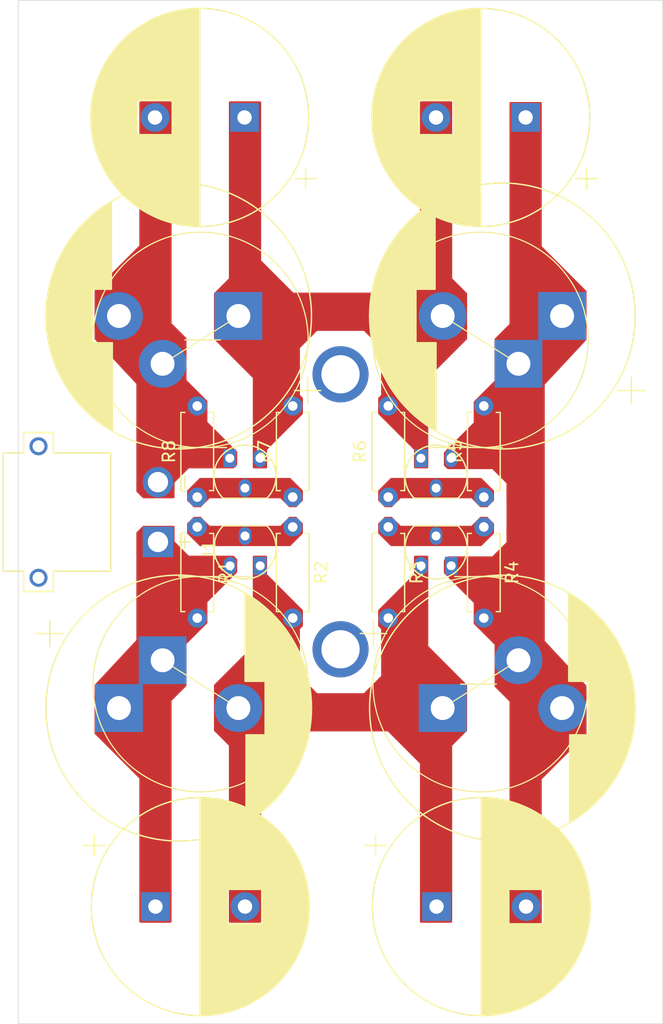
<source format=kicad_pcb>
(kicad_pcb (version 20241229) (generator "pcbnew") (generator_version "9.0")
  (layers (0 "F.Cu" signal) (2 "B.Cu" signal) (13 "F.Paste" user) (15 "B.Paste" user) (5 "F.SilkS" user "F.Silkscreen") (7 "B.SilkS" user "B.Silkscreen") (1 "F.Mask" user) (3 "B.Mask" user) (25 "Edge.Cuts" user))
  (net 0 "")
  (net 1 "Net-(Q1-E)")
  (net 2 "/V_IN")
  (net 3 "Net-(Q1-B)")
  (net 4 "Net-(Q2-B)")
  (net 5 "Net-(Q2-E)")
  (net 6 "Net-(Q3-B)")
  (net 7 "Net-(Q3-E)")
  (net 8 "/GND")
  (net 9 "Net-(Q4-B)")
  (footprint "Library:bigcap2neg" (layer "F.Cu") (at 136.446608 83.603681 180)
    (property "Reference" "C7" (hide yes))
    (property "Value" "C_Polarized" (hide yes))
    (pad "1" thru_hole rect (at -5 0 180) (size 4 4) (drill 2) (layers "*.Cu" "*.Mask") (net 7 "Net-(Q3-E)"))
    (pad "2" thru_hole circle (at 1.350361 -3.99868 180) (size 4 4) (drill 2) (layers "*.Cu" "*.Mask") (net 8 "/GND"))
    (pad "2" thru_hole circle (at 5 0 180) (size 4 4) (drill 2) (layers "*.Cu" "*.Mask") (net 8 "/GND"))
  )
  (footprint "Resistor_THT:R_Axial_DIN0207_L6.3mm_D2.5mm_P7.62mm_Horizontal" (layer "F.Cu") (at 154 101.25 -90)
    (property "Reference" "R3" (at 3.81 -2.37 90) (layer "F.SilkS"))
    (property "Value" "~")
    (pad "1" thru_hole circle (at 0 0 270) (size 1.6 1.6) (drill 0.8) (layers "*.Cu" "*.Mask") (net 4 "Net-(Q2-B)"))
    (pad "2" thru_hole oval (at 7.62 0 270) (size 1.6 1.6) (drill 0.8) (layers "*.Cu" "*.Mask") (net 1 "Net-(Q1-E)"))
  )
  (footprint "Resistor_THT:R_Axial_DIN0207_L6.3mm_D2.5mm_P7.62mm_Horizontal" (layer "F.Cu") (at 138 101.25 -90)
    (property "Reference" "R1" (at 3.81 -2.37 90) (layer "F.SilkS"))
    (property "Value" "~")
    (pad "1" thru_hole circle (at 0 0 270) (size 1.6 1.6) (drill 0.8) (layers "*.Cu" "*.Mask") (net 3 "Net-(Q1-B)"))
    (pad "2" thru_hole oval (at 7.62 0 270) (size 1.6 1.6) (drill 0.8) (layers "*.Cu" "*.Mask") (net 2 "/V_IN"))
  )
  (footprint "Resistor_THT:R_Axial_DIN0207_L6.3mm_D2.5mm_P7.62mm_Horizontal" (layer "F.Cu") (at 146 101.25 -90)
    (property "Reference" "R2" (at 3.81 -2.37 90) (layer "F.SilkS"))
    (property "Value" "20k")
    (pad "1" thru_hole circle (at 0 0 270) (size 1.6 1.6) (drill 0.8) (layers "*.Cu" "*.Mask") (net 3 "Net-(Q1-B)"))
    (pad "2" thru_hole oval (at 7.62 0 270) (size 1.6 1.6) (drill 0.8) (layers "*.Cu" "*.Mask") (net 1 "Net-(Q1-E)"))
  )
  (footprint "Library:2n3904" (layer "F.Cu") (at 141.995 103 180)
    (property "Reference" "Q1" (hide yes))
    (property "Value" "2N3904" (hide yes))
    (pad "1" thru_hole rect (at -1.275 -1.5 180) (size 1.05 1.5) (drill 0.75) (layers "*.Cu" "*.Mask") (net 1 "Net-(Q1-E)"))
    (pad "2" thru_hole oval (at -0.005 1 180) (size 1.05 1.5) (drill 0.75) (layers "*.Cu" "*.Mask") (net 3 "Net-(Q1-B)"))
    (pad "3" thru_hole oval (at 1.25 -1.5 180) (size 1.05 1.5) (drill 0.75) (layers "*.Cu" "*.Mask") (net 2 "/V_IN"))
  )
  (footprint "Library:2n3904" (layer "F.Cu") (at 157.995 103 180)
    (property "Reference" "Q2" (hide yes))
    (property "Value" "2N3904" (hide yes))
    (pad "1" thru_hole rect (at -1.275 -1.5 180) (size 1.05 1.5) (drill 0.75) (layers "*.Cu" "*.Mask") (net 5 "Net-(Q2-E)"))
    (pad "2" thru_hole oval (at -0.005 1 180) (size 1.05 1.5) (drill 0.75) (layers "*.Cu" "*.Mask") (net 4 "Net-(Q2-B)"))
    (pad "3" thru_hole oval (at 1.25 -1.5 180) (size 1.05 1.5) (drill 0.75) (layers "*.Cu" "*.Mask") (net 1 "Net-(Q1-E)"))
  )
  (footprint "Library:bigcap2neg" (layer "F.Cu") (at 163.553392 116.396319)
    (property "Reference" "C3" (hide yes))
    (property "Value" "C_Polarized" (hide yes))
    (pad "1" thru_hole rect (at -5 0) (size 4 4) (drill 2) (layers "*.Cu" "*.Mask") (net 1 "Net-(Q1-E)"))
    (pad "2" thru_hole circle (at 1.350361 -3.99868) (size 4 4) (drill 2) (layers "*.Cu" "*.Mask") (net 5 "Net-(Q2-E)"))
    (pad "2" thru_hole circle (at 5 0) (size 4 4) (drill 2) (layers "*.Cu" "*.Mask") (net 5 "Net-(Q2-E)"))
  )
  (footprint "Library:xt30" (layer "F.Cu") (at 124.70575 100 90)
    (property "Reference" "J1" (at -3.175 14.2875 90) (layer "F.SilkS"))
    (property "Value" "Conn_01x02")
    (pad "N" thru_hole circle (at 2.5 10 90) (size 2.55 2.55) (drill 1.7) (layers "*.Cu" "*.Mask"))
    (pad "P" thru_hole rect (at -2.5 10 90) (size 2.55 2.55) (drill 1.7) (layers "*.Cu" "*.Mask"))
    (pad "S1" thru_hole circle (at 5.5 0 90) (size 1.508 1.508) (drill 1) (layers "*.Cu" "*.Mask"))
    (pad "S2" thru_hole circle (at -5.5 0 90) (size 1.508 1.508) (drill 1) (layers "*.Cu" "*.Mask"))
  )
  (footprint "Library:2n3904" (layer "F.Cu") (at 142 97)
    (property "Reference" "Q4" (hide yes))
    (property "Value" "2N3904" (hide yes))
    (pad "1" thru_hole rect (at -1.275 -1.5) (size 1.05 1.5) (drill 0.75) (layers "*.Cu" "*.Mask") (net 8 "/GND"))
    (pad "2" thru_hole oval (at -0.005 1) (size 1.05 1.5) (drill 0.75) (layers "*.Cu" "*.Mask") (net 9 "Net-(Q4-B)"))
    (pad "3" thru_hole oval (at 1.25 -1.5) (size 1.05 1.5) (drill 0.75) (layers "*.Cu" "*.Mask") (net 7 "Net-(Q3-E)"))
  )
  (footprint "PassiveBankV1:MountingHole_3.2mm_M3" (layer "F.Cu") (at 150 88.5 90)
    (property "Reference" "REF**" (hide yes))
    (property "Value" "MountingHole_3.2mm_M3" (hide yes))
    (pad "" np_thru_hole circle (at 0.02 0 90) (size 4.7 4.7) (drill 3.2) (layers "*.Cu" "*.Mask") (clearance 2))
  )
  (footprint "PassiveBankV1:MountingHole_3.2mm_M3" (layer "F.Cu") (at 150 111.5 90)
    (property "Reference" "REF**" (hide yes))
    (property "Value" "MountingHole_3.2mm_M3" (hide yes))
    (pad "" np_thru_hole circle (at 0.02 0 90) (size 4.7 4.7) (drill 3.2) (layers "*.Cu" "*.Mask") (clearance 2))
  )
  (footprint "Resistor_THT:R_Axial_DIN0207_L6.3mm_D2.5mm_P7.62mm_Horizontal" (layer "F.Cu") (at 146 98.75 90)
    (property "Reference" "R7" (at 3.81 -2.37 90) (layer "F.SilkS"))
    (property "Value" "~")
    (pad "1" thru_hole circle (at 0 0 90) (size 1.6 1.6) (drill 0.8) (layers "*.Cu" "*.Mask") (net 9 "Net-(Q4-B)"))
    (pad "2" thru_hole oval (at 7.62 0 90) (size 1.6 1.6) (drill 0.8) (layers "*.Cu" "*.Mask") (net 7 "Net-(Q3-E)"))
  )
  (footprint "Resistor_THT:R_Axial_DIN0207_L6.3mm_D2.5mm_P7.62mm_Horizontal" (layer "F.Cu") (at 154 98.75 90)
    (property "Reference" "R6" (at 3.81 -2.37 90) (layer "F.SilkS"))
    (property "Value" "20k")
    (pad "1" thru_hole circle (at 0 0 90) (size 1.6 1.6) (drill 0.8) (layers "*.Cu" "*.Mask") (net 6 "Net-(Q3-B)"))
    (pad "2" thru_hole oval (at 7.62 0 90) (size 1.6 1.6) (drill 0.8) (layers "*.Cu" "*.Mask") (net 7 "Net-(Q3-E)"))
  )
  (footprint "Resistor_THT:R_Axial_DIN0207_L6.3mm_D2.5mm_P7.62mm_Horizontal" (layer "F.Cu") (at 162 101.25 -90)
    (property "Reference" "R4" (at 3.81 -2.37 90) (layer "F.SilkS"))
    (property "Value" "20k")
    (pad "1" thru_hole circle (at 0 0 270) (size 1.6 1.6) (drill 0.8) (layers "*.Cu" "*.Mask") (net 4 "Net-(Q2-B)"))
    (pad "2" thru_hole oval (at 7.62 0 270) (size 1.6 1.6) (drill 0.8) (layers "*.Cu" "*.Mask") (net 5 "Net-(Q2-E)"))
  )
  (footprint "Resistor_THT:R_Axial_DIN0207_L6.3mm_D2.5mm_P7.62mm_Horizontal" (layer "F.Cu") (at 138 98.75 90)
    (property "Reference" "R8" (at 3.81 -2.37 90) (layer "F.SilkS"))
    (property "Value" "20k")
    (pad "1" thru_hole circle (at 0 0 90) (size 1.6 1.6) (drill 0.8) (layers "*.Cu" "*.Mask") (net 9 "Net-(Q4-B)"))
    (pad "2" thru_hole oval (at 7.62 0 90) (size 1.6 1.6) (drill 0.8) (layers "*.Cu" "*.Mask") (net 8 "/GND"))
  )
  (footprint "Library:2n3904" (layer "F.Cu") (at 158.005 97)
    (property "Reference" "Q3" (hide yes))
    (property "Value" "2N3904" (hide yes))
    (pad "1" thru_hole rect (at -1.275 -1.5) (size 1.05 1.5) (drill 0.75) (layers "*.Cu" "*.Mask") (net 7 "Net-(Q3-E)"))
    (pad "2" thru_hole oval (at -0.005 1) (size 1.05 1.5) (drill 0.75) (layers "*.Cu" "*.Mask") (net 6 "Net-(Q3-B)"))
    (pad "3" thru_hole oval (at 1.25 -1.5) (size 1.05 1.5) (drill 0.75) (layers "*.Cu" "*.Mask") (net 5 "Net-(Q2-E)"))
  )
  (footprint "Resistor_THT:R_Axial_DIN0207_L6.3mm_D2.5mm_P7.62mm_Horizontal" (layer "F.Cu") (at 162 98.75 90)
    (property "Reference" "R5" (at 3.81 -2.37 90) (layer "F.SilkS"))
    (property "Value" "~")
    (pad "1" thru_hole circle (at 0 0 90) (size 1.6 1.6) (drill 0.8) (layers "*.Cu" "*.Mask") (net 6 "Net-(Q3-B)"))
    (pad "2" thru_hole oval (at 7.62 0 90) (size 1.6 1.6) (drill 0.8) (layers "*.Cu" "*.Mask") (net 5 "Net-(Q2-E)"))
  )
  (footprint "Library:smallcap" (layer "F.Cu") (at 161.77 67.062 180)
    (property "Reference" "C6" (hide yes))
    (property "Value" "C_Polarized" (hide yes))
    (pad "1" thru_hole rect (at -3.73 0.062 180) (size 2.4 2.4) (drill 1.2) (layers "*.Cu" "*.Mask") (net 5 "Net-(Q2-E)"))
    (pad "2" thru_hole circle (at 3.77 0.062 180) (size 2.4 2.4) (drill 1.2) (layers "*.Cu" "*.Mask") (net 7 "Net-(Q3-E)"))
  )
  (footprint "Library:bigcap2pos" (layer "F.Cu") (at 136.446608 116.396319)
    (property "Reference" "C1" (hide yes))
    (property "Value" "C_Polarized" (hide yes))
    (fp_line (start -1.346608 -3.996319) (end -5 0) (stroke (width 0.2)) (layer "F.Cu"))
    (pad "1" thru_hole rect (at -5 0) (size 4 4) (drill 2) (layers "*.Cu" "*.Mask") (net 2 "/V_IN"))
    (pad "1" thru_hole rect (at -1.346608 -3.996319) (size 4 4) (drill 2) (layers "*.Cu" "*.Mask") (net 2 "/V_IN"))
    (pad "2" thru_hole circle (at 5 0) (size 4 4) (drill 2) (layers "*.Cu" "*.Mask") (net 1 "Net-(Q1-E)"))
  )
  (footprint "Library:smallcap" (layer "F.Cu") (at 138.23 67.062 180)
    (property "Reference" "C8" (hide yes))
    (property "Value" "C_Polarized" (hide yes))
    (pad "1" thru_hole rect (at -3.73 0.062 180) (size 2.4 2.4) (drill 1.2) (layers "*.Cu" "*.Mask") (net 7 "Net-(Q3-E)"))
    (pad "2" thru_hole circle (at 3.77 0.062 180) (size 2.4 2.4) (drill 1.2) (layers "*.Cu" "*.Mask") (net 8 "/GND"))
  )
  (footprint "Library:bigcap2pos" (layer "F.Cu") (at 163.553392 83.603681 180)
    (property "Reference" "C5" (hide yes))
    (property "Value" "C_Polarized" (hide yes))
    (fp_line (start -1.346608 -3.996319) (end -5 0) (stroke (width 0.2)) (layer "F.Cu"))
    (pad "1" thru_hole rect (at -5 0 180) (size 4 4) (drill 2) (layers "*.Cu" "*.Mask") (net 5 "Net-(Q2-E)"))
    (pad "1" thru_hole rect (at -1.346608 -3.996319 180) (size 4 4) (drill 2) (layers "*.Cu" "*.Mask") (net 5 "Net-(Q2-E)"))
    (pad "2" thru_hole circle (at 5 0 180) (size 4 4) (drill 2) (layers "*.Cu" "*.Mask") (net 7 "Net-(Q3-E)"))
  )
  (footprint "Library:smallcap" (layer "F.Cu") (at 161.77 132.938)
    (property "Reference" "C4" (hide yes))
    (property "Value" "C_Polarized" (hide yes))
    (pad "1" thru_hole rect (at -3.73 0.062) (size 2.4 2.4) (drill 1.2) (layers "*.Cu" "*.Mask") (net 1 "Net-(Q1-E)"))
    (pad "2" thru_hole circle (at 3.77 0.062) (size 2.4 2.4) (drill 1.2) (layers "*.Cu" "*.Mask") (net 5 "Net-(Q2-E)"))
  )
  (footprint "Library:smallcap" (layer "F.Cu") (at 138.23 132.938)
    (property "Reference" "C2" (hide yes))
    (property "Value" "C_Polarized" (hide yes))
    (pad "1" thru_hole rect (at -3.73 0.062) (size 2.4 2.4) (drill 1.2) (layers "*.Cu" "*.Mask") (net 2 "/V_IN"))
    (pad "2" thru_hole circle (at 3.77 0.062) (size 2.4 2.4) (drill 1.2) (layers "*.Cu" "*.Mask") (net 1 "Net-(Q1-E)"))
  )
  (gr_poly (pts (xy 142.75 96.25) (xy 142.75 88.75) (xy 139.5 85.5) (xy 139.5 81.75) (xy 140.75 80.5) (xy 140.75 65.75) (xy 143.25 65.75) (xy 143.25 79) (xy 146 81.75) (xy 150 81.75) (xy 150 84.75) (xy 148 84.75) (xy 146.5 86.25) (xy 146.5 90.25) (xy 146.75 90.5) (xy 146.75 91.75) (xy 143.75 94.75) (xy 143.75 96.25)) (stroke (width 0.2)) (fill yes) (layer "F.Cu") (net 7))
  (gr_poly (pts (xy 157.25 96.25) (xy 157.25 87.25) (xy 157.25 88.75) (xy 160.5 85.5) (xy 160.5 81.75) (xy 159.25 80.5) (xy 159.25 65.75) (xy 156.75 65.75) (xy 156.75 79) (xy 154 81.75) (xy 150 81.75) (xy 150 84.75) (xy 152 84.75) (xy 153.5 86.25) (xy 153.5 90.25) (xy 153.25 90.5) (xy 153.25 91.75) (xy 156.25 94.75) (xy 156.25 96.25)) (stroke (width 0.2)) (fill yes) (layer "F.Cu") (net 7))
  (gr_poly (pts (xy 153.75 100.5) (xy 153.25 101) (xy 153.25 101.75) (xy 154.25 102.75) (xy 161.5 102.75) (xy 161.25 102.75) (xy 161.75 102.75) (xy 162.75 101.75) (xy 162.75 101) (xy 162.25 100.5) (xy 161.75 100.5) (xy 161 101.25) (xy 155 101.25) (xy 154.25 100.5)) (stroke (width 0.2)) (fill yes) (layer "F.Cu") (net 4))
  (gr_poly (pts (xy 146.25 99.5) (xy 146.75 99) (xy 146.75 98.25) (xy 145.75 97.25) (xy 138.5 97.25) (xy 138.75 97.25) (xy 138.25 97.25) (xy 137.25 98.25) (xy 137.25 99) (xy 137.75 99.5) (xy 138.25 99.5) (xy 139 98.75) (xy 145 98.75) (xy 145.75 99.5)) (stroke (width 0.2)) (fill yes) (layer "F.Cu") (net 9))
  (gr_poly (pts (xy 166.5 98.81) (xy 164 98.81) (xy 164 96.31) (xy 164 97.56) (xy 162.75 96.31) (xy 159 96.31) (xy 158.75 96.06) (xy 158.75 95) (xy 159 95) (xy 158.75 95) (xy 158.75 95.06) (xy 161.25 92.56) (xy 161.25 90.81) (xy 163 89.06) (xy 163 85.56) (xy 164.25 84.31) (xy 164.25 65.81) (xy 166.75 65.81) (xy 166.75 78.31) (xy 166.75 77.81) (xy 170.5 81.56) (xy 170.5 85.56) (xy 167 89.31) (xy 167 98.31)) (stroke (width 0.2)) (fill yes) (layer "F.Cu") (net 5))
  (gr_poly (pts (xy 137.75 100.5) (xy 137.25 101) (xy 137.25 101.75) (xy 138.25 102.75) (xy 145.5 102.75) (xy 145.25 102.75) (xy 145.75 102.75) (xy 146.75 101.75) (xy 146.75 101) (xy 146.25 100.5) (xy 145.75 100.5) (xy 145 101.25) (xy 139 101.25) (xy 138.25 100.5)) (stroke (width 0.2)) (fill yes) (layer "F.Cu") (net 3))
  (gr_rect (start 164 98.25) (end 167 101.81) (stroke (width 0.2)) (fill yes) (layer "F.Cu") (net 5))
  (gr_poly (pts (xy 162.25 99.5) (xy 162.75 99) (xy 162.75 98.25) (xy 161.75 97.25) (xy 154.5 97.25) (xy 154.75 97.25) (xy 154.25 97.25) (xy 153.25 98.25) (xy 153.25 99) (xy 153.75 99.5) (xy 154.25 99.5) (xy 155 98.75) (xy 161 98.75) (xy 161.75 99.5)) (stroke (width 0.2)) (fill yes) (layer "F.Cu") (net 6))
  (gr_poly (pts (xy 133.5 101.25) (xy 136 101.25) (xy 136 103.75) (xy 136 102.5) (xy 137.25 103.75) (xy 141 103.75) (xy 141.25 104) (xy 141.25 105.06) (xy 141 105.06) (xy 141.25 105.06) (xy 141.25 105) (xy 138.75 107.5) (xy 138.75 109.25) (xy 137 111) (xy 137 114.5) (xy 135.75 115.75) (xy 135.75 134.25) (xy 133.25 134.25) (xy 133.25 121.75) (xy 133.25 122.25) (xy 129.5 118.5) (xy 129.5 114.5) (xy 133 110.75) (xy 133 101.75)) (stroke (width 0.2)) (fill yes) (layer "F.Cu") (net 2))
  (gr_poly (pts (xy 133.5 98.75) (xy 136 98.75) (xy 136 96.25) (xy 136 97.5) (xy 137.25 96.25) (xy 141 96.25) (xy 141.25 96) (xy 141.25 94.94) (xy 141 94.94) (xy 141.25 94.94) (xy 141.25 95) (xy 138.75 92.5) (xy 138.75 90.75) (xy 137 89) (xy 137 85.5) (xy 135.75 84.25) (xy 135.75 65.75) (xy 133.25 65.75) (xy 133.25 78.25) (xy 133.25 77.75) (xy 129.5 81.5) (xy 129.5 85.5) (xy 133 89.25) (xy 133 98.25)) (stroke (width 0.2)) (fill yes) (layer "F.Cu") (net 8))
  (gr_poly (pts (xy 157.25 103.75) (xy 157.25 111.25) (xy 160.5 114.5) (xy 160.5 118.25) (xy 159.25 119.5) (xy 159.25 134.25) (xy 156.75 134.25) (xy 156.75 121) (xy 154 118.25) (xy 150 118.25) (xy 150 115.25) (xy 152 115.25) (xy 153.5 113.75) (xy 153.5 109.75) (xy 153.25 109.5) (xy 153.25 108.25) (xy 156.25 105.25) (xy 156.25 103.75)) (stroke (width 0.2)) (fill yes) (layer "F.Cu") (net 1))
  (gr_poly (pts (xy 142.75 103.75) (xy 142.75 112.75) (xy 142.75 111.25) (xy 139.5 114.5) (xy 139.5 118.25) (xy 140.75 119.5) (xy 140.75 134.25) (xy 143.25 134.25) (xy 143.25 121) (xy 146 118.25) (xy 150 118.25) (xy 150 115.25) (xy 148 115.25) (xy 146.5 113.75) (xy 146.5 109.75) (xy 146.75 109.5) (xy 146.75 109.5) (xy 146.75 108.25) (xy 143.75 105.25) (xy 143.75 103.75)) (stroke (width 0.2)) (fill yes) (layer "F.Cu") (net 1))
  (gr_poly (pts (xy 166.5 101.31) (xy 164 101.31) (xy 164 103.81) (xy 164 102.56) (xy 162.75 103.81) (xy 159 103.81) (xy 158.75 104.06) (xy 158.75 105.12) (xy 159 105.12) (xy 158.75 105.12) (xy 158.75 105.06) (xy 161.25 107.56) (xy 161.25 109.31) (xy 163 111.06) (xy 163 114.56) (xy 164.25 115.81) (xy 164.25 134.31) (xy 166.75 134.31) (xy 166.75 121.81) (xy 166.75 122.31) (xy 170.5 118.56) (xy 170.5 114.56) (xy 167 110.81) (xy 167 101.81)) (stroke (width 0.2)) (fill yes) (layer "F.Cu") (net 5))
  (gr_rect (start 123.01 57.2) (end 176.99 142.8) (stroke (width 0.05)) (fill no) (layer "Edge.Cuts"))
  (segment (start 135 102.5) (end 135.508037 103.008037) (width 0.2) (layer "F.Cu") (net 2))
  (segment (start 135 111.933469) (end 134.989481 111.933469) (width 0.2) (layer "F.Cu") (net 2))
  (segment (start 135.508037 131.991963) (end 134.5 133) (width 0.2) (layer "F.Cu") (net 2))
  (segment (start 135 111.933469) (end 134.804036 112.129433) (width 0.2) (layer "F.Cu") (net 2))
  (segment (start 134.989481 111.933469) (end 134.916109 112.006841) (width 0.2) (layer "F.Cu") (net 2))
  (segment (start 134.5 116.479059) (end 134.494036 116.473095) (width 0.2) (layer "F.Cu") (net 2))
  (segment (start 134.70575 111.623111) (end 135.082041 111.999402) (width 0.2) (layer "F.Cu") (net 2))
  (segment (start 134.5 113.650631) (end 135.395964 112.670567) (width 0.2) (layer "F.Cu") (net 2))
  (segment (start 142.24 102) (end 142.235 101.995) (width 1.5) (layer "F.Cu") (net 3))
)
</source>
